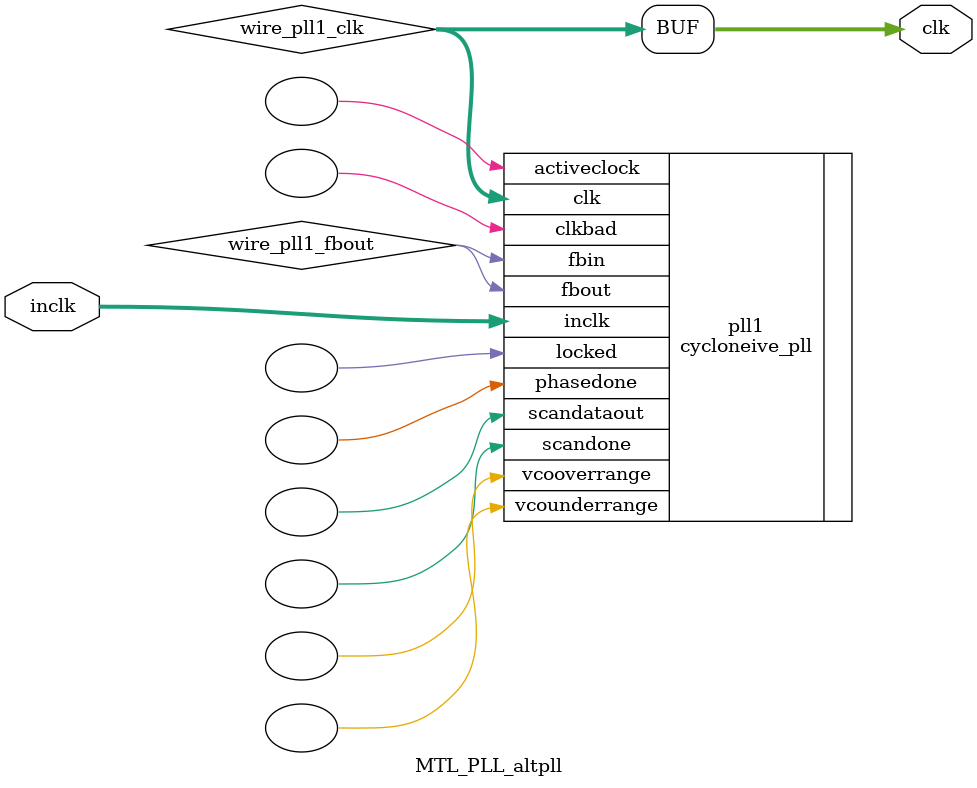
<source format=v>






//synthesis_resources = cycloneive_pll 1 
//synopsys translate_off
`timescale 1 ps / 1 ps
//synopsys translate_on
module  MTL_PLL_altpll
	( 
	clk,
	inclk) /* synthesis synthesis_clearbox=1 */;
	output   [4:0]  clk;
	input   [1:0]  inclk;
`ifndef ALTERA_RESERVED_QIS
// synopsys translate_off
`endif
	tri0   [1:0]  inclk;
`ifndef ALTERA_RESERVED_QIS
// synopsys translate_on
`endif

	wire  [4:0]   wire_pll1_clk;
	wire  wire_pll1_fbout;

	cycloneive_pll   pll1
	( 
	.activeclock(),
	.clk(wire_pll1_clk),
	.clkbad(),
	.fbin(wire_pll1_fbout),
	.fbout(wire_pll1_fbout),
	.inclk(inclk),
	.locked(),
	.phasedone(),
	.scandataout(),
	.scandone(),
	.vcooverrange(),
	.vcounderrange()
	`ifndef FORMAL_VERIFICATION
	// synopsys translate_off
	`endif
	,
	.areset(1'b0),
	.clkswitch(1'b0),
	.configupdate(1'b0),
	.pfdena(1'b1),
	.phasecounterselect({3{1'b0}}),
	.phasestep(1'b0),
	.phaseupdown(1'b0),
	.scanclk(1'b0),
	.scanclkena(1'b1),
	.scandata(1'b0)
	`ifndef FORMAL_VERIFICATION
	// synopsys translate_on
	`endif
	);
	defparam
		pll1.bandwidth_type = "auto",
		pll1.clk0_divide_by = 50,
		pll1.clk0_duty_cycle = 50,
		pll1.clk0_multiply_by = 33,
		pll1.clk0_phase_shift = "0",
		pll1.clk1_divide_by = 50,
		pll1.clk1_duty_cycle = 50,
		pll1.clk1_multiply_by = 33,
		pll1.clk1_phase_shift = "10101",
		pll1.compensate_clock = "clk0",
		pll1.inclk0_input_frequency = 20000,
		pll1.operation_mode = "normal",
		pll1.pll_type = "auto",
		pll1.lpm_type = "cycloneive_pll";
	assign
		clk = {wire_pll1_clk[4:0]};
endmodule //MTL_PLL_altpll
//VALID FILE

</source>
